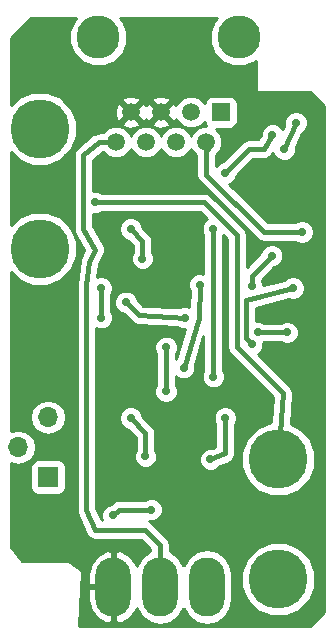
<source format=gbl>
G04 #@! TF.FileFunction,Copper,L2,Bot,Signal*
%FSLAX46Y46*%
G04 Gerber Fmt 4.6, Leading zero omitted, Abs format (unit mm)*
G04 Created by KiCad (PCBNEW 4.0.6) date 07/23/18 23:10:11*
%MOMM*%
%LPD*%
G01*
G04 APERTURE LIST*
%ADD10C,0.100000*%
%ADD11C,5.001260*%
%ADD12C,3.650000*%
%ADD13R,1.500000X1.500000*%
%ADD14C,1.500000*%
%ADD15O,2.999740X5.001260*%
%ADD16R,1.700000X1.700000*%
%ADD17O,1.700000X1.700000*%
%ADD18C,0.700000*%
%ADD19C,0.400000*%
%ADD20C,0.254000*%
G04 APERTURE END LIST*
D10*
D11*
X162500000Y-107250000D03*
X162500000Y-117410000D03*
D12*
X147270000Y-71500000D03*
X159140000Y-71500000D03*
D13*
X157650000Y-77850000D03*
D14*
X156380000Y-80390000D03*
X155110000Y-77850000D03*
X153840000Y-80390000D03*
X152570000Y-77850000D03*
X151300000Y-80390000D03*
X150030000Y-77850000D03*
X148760000Y-80390000D03*
D11*
X142300000Y-89400000D03*
X142300000Y-79240000D03*
D15*
X156459860Y-118050000D03*
X152500000Y-118050000D03*
X148540140Y-118050000D03*
D16*
X143000000Y-108750000D03*
D17*
X140460000Y-106210000D03*
X143000000Y-103670000D03*
D18*
X147000000Y-85500000D03*
X141250000Y-70750000D03*
X140700000Y-93000000D03*
X163400000Y-82700000D03*
X156500000Y-106000000D03*
X152750000Y-92750000D03*
X160750000Y-96500000D03*
X163250000Y-96500000D03*
X153000000Y-97750000D03*
X153000000Y-101500000D03*
X151750000Y-111500000D03*
X148500000Y-112000000D03*
X163750000Y-92750000D03*
X160250000Y-97500000D03*
X151000000Y-90250000D03*
X150000000Y-87750000D03*
X154500000Y-99500000D03*
X155850000Y-92450000D03*
X160250000Y-92600000D03*
X161950000Y-90000000D03*
X154600000Y-95250000D03*
X149600000Y-93950000D03*
X164500000Y-88000000D03*
X147500000Y-95250000D03*
X147500000Y-92750000D03*
X162000000Y-79750000D03*
X158000000Y-83000000D03*
X151250000Y-107000000D03*
X150000000Y-103750000D03*
X157000000Y-100250000D03*
X157000000Y-87750000D03*
X158000000Y-103750000D03*
X156750000Y-107250000D03*
X163000000Y-81000000D03*
X164000000Y-78750000D03*
D19*
X162900000Y-101650000D02*
X162500000Y-107250000D01*
X159000000Y-97750000D02*
X162900000Y-101650000D01*
X159000000Y-88250000D02*
X159000000Y-97750000D01*
X156250000Y-85500000D02*
X159000000Y-88250000D01*
X147000000Y-85500000D02*
X156250000Y-85500000D01*
X160750000Y-96500000D02*
X163250000Y-96500000D01*
X153000000Y-101500000D02*
X153000000Y-97750000D01*
X149000000Y-111500000D02*
X151750000Y-111500000D01*
X148500000Y-112000000D02*
X149000000Y-111500000D01*
X159750000Y-93750000D02*
X163750000Y-92750000D01*
X159750000Y-97000000D02*
X159750000Y-93750000D01*
X160250000Y-97500000D02*
X159750000Y-97000000D01*
X151000000Y-88750000D02*
X151000000Y-90250000D01*
X150000000Y-87750000D02*
X151000000Y-88750000D01*
X148760000Y-80390000D02*
X147360000Y-80390000D01*
X152500000Y-114500000D02*
X152500000Y-118050000D01*
X151250000Y-113250000D02*
X152500000Y-114500000D01*
X147000000Y-113250000D02*
X151250000Y-113250000D01*
X146250000Y-111500000D02*
X147000000Y-113250000D01*
X146250000Y-92500000D02*
X146250000Y-111500000D01*
X146500000Y-90500000D02*
X146250000Y-92500000D01*
X147000000Y-89500000D02*
X146500000Y-90500000D01*
X146000000Y-87750000D02*
X147000000Y-89500000D01*
X146000000Y-81500000D02*
X146000000Y-87750000D01*
X147360000Y-80390000D02*
X146000000Y-81500000D01*
X148550000Y-80600000D02*
X148760000Y-80390000D01*
X148650000Y-80500000D02*
X148760000Y-80390000D01*
X155750000Y-95250000D02*
X154500000Y-99500000D01*
X155850000Y-92450000D02*
X155750000Y-95250000D01*
X160250000Y-91700000D02*
X160250000Y-92600000D01*
X161950000Y-90000000D02*
X160250000Y-91700000D01*
X150700000Y-95050000D02*
X154600000Y-95250000D01*
X149600000Y-93950000D02*
X150700000Y-95050000D01*
X156380000Y-80390000D02*
X156380000Y-83130000D01*
X161250000Y-88000000D02*
X164500000Y-88000000D01*
X156380000Y-83130000D02*
X161250000Y-88000000D01*
X156380000Y-80390000D02*
X156380000Y-80870000D01*
X156380000Y-80390000D02*
X156380000Y-80759000D01*
X156380000Y-80759000D02*
X156576000Y-80955000D01*
X147500000Y-92750000D02*
X147500000Y-95250000D01*
X161250000Y-81000000D02*
X162000000Y-79750000D01*
X160000000Y-81000000D02*
X161250000Y-81000000D01*
X158000000Y-83000000D02*
X160000000Y-81000000D01*
X151250000Y-105000000D02*
X151250000Y-107000000D01*
X150000000Y-103750000D02*
X151250000Y-105000000D01*
X157000000Y-87750000D02*
X157000000Y-100250000D01*
X158000000Y-106750000D02*
X158000000Y-103750000D01*
X156750000Y-107250000D02*
X158000000Y-106750000D01*
X164000000Y-78750000D02*
X163000000Y-81000000D01*
D20*
G36*
X145185730Y-70104703D02*
X144810428Y-71008529D01*
X144809574Y-71987177D01*
X145183298Y-72891657D01*
X145874703Y-73584270D01*
X146778529Y-73959572D01*
X147757177Y-73960426D01*
X148661657Y-73586702D01*
X149354270Y-72895297D01*
X149729572Y-71991471D01*
X149730426Y-71012823D01*
X149356702Y-70108343D01*
X149125762Y-69877000D01*
X157283831Y-69877000D01*
X157055730Y-70104703D01*
X156680428Y-71008529D01*
X156679574Y-71987177D01*
X157053298Y-72891657D01*
X157744703Y-73584270D01*
X158648529Y-73959572D01*
X159627177Y-73960426D01*
X160531657Y-73586702D01*
X160623000Y-73495518D01*
X160623000Y-76000000D01*
X160633006Y-76049410D01*
X160661447Y-76091035D01*
X160703841Y-76118315D01*
X160750000Y-76127000D01*
X165197394Y-76127000D01*
X166373000Y-77302606D01*
X166373000Y-120197394D01*
X165197394Y-121373000D01*
X145633860Y-121373000D01*
X145802070Y-118177000D01*
X146405270Y-118177000D01*
X146405270Y-119177760D01*
X146616378Y-119985072D01*
X147120361Y-120650144D01*
X147840493Y-121071724D01*
X148081328Y-121135745D01*
X148413140Y-121022795D01*
X148413140Y-118177000D01*
X146405270Y-118177000D01*
X145802070Y-118177000D01*
X145868110Y-116922240D01*
X146405270Y-116922240D01*
X146405270Y-117923000D01*
X148413140Y-117923000D01*
X148413140Y-115077205D01*
X148081328Y-114964255D01*
X147840493Y-115028276D01*
X147120361Y-115449856D01*
X146616378Y-116114928D01*
X146405270Y-116922240D01*
X145868110Y-116922240D01*
X145876824Y-116756675D01*
X145869429Y-116706807D01*
X145826200Y-116648400D01*
X144826200Y-115898400D01*
X144780668Y-115876759D01*
X144750000Y-115873000D01*
X140811039Y-115873000D01*
X139877000Y-114705452D01*
X139877000Y-107900000D01*
X141502560Y-107900000D01*
X141502560Y-109600000D01*
X141546838Y-109835317D01*
X141685910Y-110051441D01*
X141898110Y-110196431D01*
X142150000Y-110247440D01*
X143850000Y-110247440D01*
X144085317Y-110203162D01*
X144301441Y-110064090D01*
X144446431Y-109851890D01*
X144497440Y-109600000D01*
X144497440Y-107900000D01*
X144453162Y-107664683D01*
X144314090Y-107448559D01*
X144101890Y-107303569D01*
X143850000Y-107252560D01*
X142150000Y-107252560D01*
X141914683Y-107296838D01*
X141698559Y-107435910D01*
X141553569Y-107648110D01*
X141502560Y-107900000D01*
X139877000Y-107900000D01*
X139877000Y-107584821D01*
X140430907Y-107695000D01*
X140489093Y-107695000D01*
X141057378Y-107581961D01*
X141539147Y-107260054D01*
X141861054Y-106778285D01*
X141974093Y-106210000D01*
X141861054Y-105641715D01*
X141539147Y-105159946D01*
X141057378Y-104838039D01*
X140489093Y-104725000D01*
X140430907Y-104725000D01*
X139877000Y-104835179D01*
X139877000Y-103670000D01*
X141485907Y-103670000D01*
X141598946Y-104238285D01*
X141920853Y-104720054D01*
X142402622Y-105041961D01*
X142970907Y-105155000D01*
X143029093Y-105155000D01*
X143597378Y-105041961D01*
X144079147Y-104720054D01*
X144401054Y-104238285D01*
X144514093Y-103670000D01*
X144401054Y-103101715D01*
X144079147Y-102619946D01*
X143597378Y-102298039D01*
X143029093Y-102185000D01*
X142970907Y-102185000D01*
X142402622Y-102298039D01*
X141920853Y-102619946D01*
X141598946Y-103101715D01*
X141485907Y-103670000D01*
X139877000Y-103670000D01*
X139877000Y-91411093D01*
X140521489Y-92056708D01*
X141673548Y-92535085D01*
X142920979Y-92536173D01*
X144073871Y-92059808D01*
X144956708Y-91178511D01*
X145435085Y-90026452D01*
X145436173Y-88779021D01*
X144959808Y-87626129D01*
X144078511Y-86743292D01*
X142926452Y-86264915D01*
X141679021Y-86263827D01*
X140526129Y-86740192D01*
X139877000Y-87388189D01*
X139877000Y-81251093D01*
X140521489Y-81896708D01*
X141673548Y-82375085D01*
X142920979Y-82376173D01*
X144073871Y-81899808D01*
X144474377Y-81500000D01*
X145165000Y-81500000D01*
X145165000Y-87750000D01*
X145175384Y-87802206D01*
X145171667Y-87855302D01*
X145206895Y-87960619D01*
X145228561Y-88069541D01*
X145258132Y-88113797D01*
X145275017Y-88164276D01*
X146053303Y-89526277D01*
X145753153Y-90126577D01*
X145715904Y-90262596D01*
X145671448Y-90396431D01*
X145421448Y-92396431D01*
X145425214Y-92448651D01*
X145415000Y-92500000D01*
X145415000Y-111500000D01*
X145416011Y-111505084D01*
X145415062Y-111510180D01*
X145447757Y-111664677D01*
X145478561Y-111819541D01*
X145481441Y-111823851D01*
X145482514Y-111828923D01*
X146232514Y-113578922D01*
X146321826Y-113709122D01*
X146409566Y-113840434D01*
X146413877Y-113843314D01*
X146416809Y-113847589D01*
X146549161Y-113933708D01*
X146680459Y-114021439D01*
X146685543Y-114022450D01*
X146689889Y-114025278D01*
X146845105Y-114054189D01*
X147000000Y-114085000D01*
X150904132Y-114085000D01*
X151665000Y-114845868D01*
X151665000Y-115027487D01*
X150990419Y-115478228D01*
X150527637Y-116170830D01*
X150506417Y-116277511D01*
X150463902Y-116114928D01*
X149959919Y-115449856D01*
X149239787Y-115028276D01*
X148998952Y-114964255D01*
X148667140Y-115077205D01*
X148667140Y-117923000D01*
X148687140Y-117923000D01*
X148687140Y-118177000D01*
X148667140Y-118177000D01*
X148667140Y-121022795D01*
X148998952Y-121135745D01*
X149239787Y-121071724D01*
X149959919Y-120650144D01*
X150463902Y-119985072D01*
X150506417Y-119822489D01*
X150527637Y-119929170D01*
X150990419Y-120621772D01*
X151683021Y-121084554D01*
X152500000Y-121247061D01*
X153316979Y-121084554D01*
X154009581Y-120621772D01*
X154472363Y-119929170D01*
X154479930Y-119891128D01*
X154487497Y-119929170D01*
X154950279Y-120621772D01*
X155642881Y-121084554D01*
X156459860Y-121247061D01*
X157276839Y-121084554D01*
X157969441Y-120621772D01*
X158432223Y-119929170D01*
X158594730Y-119112191D01*
X158594730Y-118030979D01*
X159363827Y-118030979D01*
X159840192Y-119183871D01*
X160721489Y-120066708D01*
X161873548Y-120545085D01*
X163120979Y-120546173D01*
X164273871Y-120069808D01*
X165156708Y-119188511D01*
X165635085Y-118036452D01*
X165636173Y-116789021D01*
X165159808Y-115636129D01*
X164278511Y-114753292D01*
X163126452Y-114274915D01*
X161879021Y-114273827D01*
X160726129Y-114750192D01*
X159843292Y-115631489D01*
X159364915Y-116783548D01*
X159363827Y-118030979D01*
X158594730Y-118030979D01*
X158594730Y-116987809D01*
X158432223Y-116170830D01*
X157969441Y-115478228D01*
X157276839Y-115015446D01*
X156459860Y-114852939D01*
X155642881Y-115015446D01*
X154950279Y-115478228D01*
X154487497Y-116170830D01*
X154479930Y-116208872D01*
X154472363Y-116170830D01*
X154009581Y-115478228D01*
X153335000Y-115027487D01*
X153335000Y-114500000D01*
X153271439Y-114180459D01*
X153090434Y-113909566D01*
X151840434Y-112659566D01*
X151578954Y-112484850D01*
X151945069Y-112485170D01*
X152307229Y-112335529D01*
X152584555Y-112058686D01*
X152734828Y-111696788D01*
X152735170Y-111304931D01*
X152585529Y-110942771D01*
X152308686Y-110665445D01*
X151946788Y-110515172D01*
X151554931Y-110514830D01*
X151192771Y-110664471D01*
X151192241Y-110665000D01*
X149000000Y-110665000D01*
X148680460Y-110728560D01*
X148409566Y-110909566D01*
X148303859Y-111015273D01*
X147942771Y-111164471D01*
X147665445Y-111441314D01*
X147515172Y-111803212D01*
X147514830Y-112195069D01*
X147605703Y-112415000D01*
X147550596Y-112415000D01*
X147085000Y-111328610D01*
X147085000Y-103945069D01*
X149014830Y-103945069D01*
X149164471Y-104307229D01*
X149441314Y-104584555D01*
X149803212Y-104734828D01*
X149803961Y-104734829D01*
X150415000Y-105345868D01*
X150415000Y-106442386D01*
X150265172Y-106803212D01*
X150264830Y-107195069D01*
X150414471Y-107557229D01*
X150691314Y-107834555D01*
X151053212Y-107984828D01*
X151445069Y-107985170D01*
X151807229Y-107835529D01*
X152084555Y-107558686D01*
X152131732Y-107445069D01*
X155764830Y-107445069D01*
X155914471Y-107807229D01*
X156191314Y-108084555D01*
X156553212Y-108234828D01*
X156945069Y-108235170D01*
X157307229Y-108085529D01*
X157573165Y-107820057D01*
X158310111Y-107525278D01*
X158314457Y-107522450D01*
X158319541Y-107521439D01*
X158450839Y-107433708D01*
X158583191Y-107347589D01*
X158586123Y-107343314D01*
X158590434Y-107340434D01*
X158678160Y-107209142D01*
X158767486Y-107078923D01*
X158768559Y-107073851D01*
X158771439Y-107069541D01*
X158802250Y-106914645D01*
X158834937Y-106760181D01*
X158833988Y-106755087D01*
X158835000Y-106750000D01*
X158835000Y-104307614D01*
X158984828Y-103946788D01*
X158985170Y-103554931D01*
X158835529Y-103192771D01*
X158558686Y-102915445D01*
X158196788Y-102765172D01*
X157804931Y-102764830D01*
X157442771Y-102914471D01*
X157165445Y-103191314D01*
X157015172Y-103553212D01*
X157014830Y-103945069D01*
X157164471Y-104307229D01*
X157165000Y-104307759D01*
X157165000Y-106184678D01*
X156955117Y-106268631D01*
X156946788Y-106265172D01*
X156554931Y-106264830D01*
X156192771Y-106414471D01*
X155915445Y-106691314D01*
X155765172Y-107053212D01*
X155764830Y-107445069D01*
X152131732Y-107445069D01*
X152234828Y-107196788D01*
X152235170Y-106804931D01*
X152085529Y-106442771D01*
X152085000Y-106442241D01*
X152085000Y-105000000D01*
X152021439Y-104680459D01*
X151840434Y-104409566D01*
X150984727Y-103553859D01*
X150835529Y-103192771D01*
X150558686Y-102915445D01*
X150196788Y-102765172D01*
X149804931Y-102764830D01*
X149442771Y-102914471D01*
X149165445Y-103191314D01*
X149015172Y-103553212D01*
X149014830Y-103945069D01*
X147085000Y-103945069D01*
X147085000Y-96144219D01*
X147303212Y-96234828D01*
X147695069Y-96235170D01*
X148057229Y-96085529D01*
X148334555Y-95808686D01*
X148484828Y-95446788D01*
X148485170Y-95054931D01*
X148335529Y-94692771D01*
X148335000Y-94692241D01*
X148335000Y-93307614D01*
X148484828Y-92946788D01*
X148485170Y-92554931D01*
X148335529Y-92192771D01*
X148058686Y-91915445D01*
X147696788Y-91765172D01*
X147304931Y-91764830D01*
X147176775Y-91817783D01*
X147310811Y-90745494D01*
X147746847Y-89873423D01*
X147768684Y-89793683D01*
X147805577Y-89719703D01*
X147811291Y-89638097D01*
X147832899Y-89559192D01*
X147822559Y-89477167D01*
X147828333Y-89394698D01*
X147802382Y-89317115D01*
X147792150Y-89235950D01*
X147751209Y-89164129D01*
X147724983Y-89085724D01*
X147073181Y-87945069D01*
X149014830Y-87945069D01*
X149164471Y-88307229D01*
X149441314Y-88584555D01*
X149803212Y-88734828D01*
X149803961Y-88734829D01*
X150165000Y-89095868D01*
X150165000Y-89692386D01*
X150015172Y-90053212D01*
X150014830Y-90445069D01*
X150164471Y-90807229D01*
X150441314Y-91084555D01*
X150803212Y-91234828D01*
X151195069Y-91235170D01*
X151557229Y-91085529D01*
X151834555Y-90808686D01*
X151984828Y-90446788D01*
X151985170Y-90054931D01*
X151835529Y-89692771D01*
X151835000Y-89692241D01*
X151835000Y-88750000D01*
X151818510Y-88667101D01*
X151771440Y-88430460D01*
X151590434Y-88159566D01*
X150984727Y-87553859D01*
X150835529Y-87192771D01*
X150558686Y-86915445D01*
X150196788Y-86765172D01*
X149804931Y-86764830D01*
X149442771Y-86914471D01*
X149165445Y-87191314D01*
X149015172Y-87553212D01*
X149014830Y-87945069D01*
X147073181Y-87945069D01*
X146835000Y-87528254D01*
X146835000Y-86484856D01*
X147195069Y-86485170D01*
X147557229Y-86335529D01*
X147557759Y-86335000D01*
X155904132Y-86335000D01*
X156471664Y-86902532D01*
X156442771Y-86914471D01*
X156165445Y-87191314D01*
X156015172Y-87553212D01*
X156014830Y-87945069D01*
X156164471Y-88307229D01*
X156165000Y-88307759D01*
X156165000Y-91514258D01*
X156046788Y-91465172D01*
X155654931Y-91464830D01*
X155292771Y-91614471D01*
X155015445Y-91891314D01*
X154865172Y-92253212D01*
X154864830Y-92645069D01*
X154996150Y-92962889D01*
X154947406Y-94327714D01*
X154796788Y-94265172D01*
X154404931Y-94264830D01*
X154105517Y-94388545D01*
X151063407Y-94232539D01*
X150584727Y-93753859D01*
X150435529Y-93392771D01*
X150158686Y-93115445D01*
X149796788Y-92965172D01*
X149404931Y-92964830D01*
X149042771Y-93114471D01*
X148765445Y-93391314D01*
X148615172Y-93753212D01*
X148614830Y-94145069D01*
X148764471Y-94507229D01*
X149041314Y-94784555D01*
X149403212Y-94934828D01*
X149403961Y-94934829D01*
X150109566Y-95640434D01*
X150227563Y-95719277D01*
X150341369Y-95804061D01*
X150362413Y-95809380D01*
X150380460Y-95821439D01*
X150519651Y-95849126D01*
X150657236Y-95883904D01*
X154012793Y-96055984D01*
X154041314Y-96084555D01*
X154403212Y-96234828D01*
X154589930Y-96234991D01*
X153847365Y-98759710D01*
X153835000Y-98772054D01*
X153835000Y-98307614D01*
X153984828Y-97946788D01*
X153985170Y-97554931D01*
X153835529Y-97192771D01*
X153558686Y-96915445D01*
X153196788Y-96765172D01*
X152804931Y-96764830D01*
X152442771Y-96914471D01*
X152165445Y-97191314D01*
X152015172Y-97553212D01*
X152014830Y-97945069D01*
X152164471Y-98307229D01*
X152165000Y-98307759D01*
X152165000Y-100942386D01*
X152015172Y-101303212D01*
X152014830Y-101695069D01*
X152164471Y-102057229D01*
X152441314Y-102334555D01*
X152803212Y-102484828D01*
X153195069Y-102485170D01*
X153557229Y-102335529D01*
X153834555Y-102058686D01*
X153984828Y-101696788D01*
X153985170Y-101304931D01*
X153835529Y-100942771D01*
X153835000Y-100942241D01*
X153835000Y-100228056D01*
X153941314Y-100334555D01*
X154303212Y-100484828D01*
X154695069Y-100485170D01*
X155057229Y-100335529D01*
X155334555Y-100058686D01*
X155484828Y-99696788D01*
X155485170Y-99304931D01*
X155451621Y-99223736D01*
X156165000Y-96798247D01*
X156165000Y-99692386D01*
X156015172Y-100053212D01*
X156014830Y-100445069D01*
X156164471Y-100807229D01*
X156441314Y-101084555D01*
X156803212Y-101234828D01*
X157195069Y-101235170D01*
X157557229Y-101085529D01*
X157834555Y-100808686D01*
X157984828Y-100446788D01*
X157985170Y-100054931D01*
X157835529Y-99692771D01*
X157835000Y-99692241D01*
X157835000Y-88307614D01*
X157847249Y-88278117D01*
X158165000Y-88595868D01*
X158165000Y-97750000D01*
X158228561Y-98069541D01*
X158363466Y-98271440D01*
X158409566Y-98340434D01*
X162039957Y-101970825D01*
X161886884Y-104113834D01*
X161879021Y-104113827D01*
X160726129Y-104590192D01*
X159843292Y-105471489D01*
X159364915Y-106623548D01*
X159363827Y-107870979D01*
X159840192Y-109023871D01*
X160721489Y-109906708D01*
X161873548Y-110385085D01*
X163120979Y-110386173D01*
X164273871Y-109909808D01*
X165156708Y-109028511D01*
X165635085Y-107876452D01*
X165636173Y-106629021D01*
X165159808Y-105476129D01*
X164278511Y-104593292D01*
X163548543Y-104290183D01*
X163732878Y-101709491D01*
X163729117Y-101679573D01*
X163735000Y-101650000D01*
X163708919Y-101518882D01*
X163692245Y-101386233D01*
X163677321Y-101360031D01*
X163671439Y-101330460D01*
X163597169Y-101219306D01*
X163531000Y-101103133D01*
X163507186Y-101084637D01*
X163490434Y-101059566D01*
X160778336Y-98347468D01*
X160807229Y-98335529D01*
X161084555Y-98058686D01*
X161234828Y-97696788D01*
X161235117Y-97365325D01*
X161307229Y-97335529D01*
X161307759Y-97335000D01*
X162692386Y-97335000D01*
X163053212Y-97484828D01*
X163445069Y-97485170D01*
X163807229Y-97335529D01*
X164084555Y-97058686D01*
X164234828Y-96696788D01*
X164235170Y-96304931D01*
X164085529Y-95942771D01*
X163808686Y-95665445D01*
X163446788Y-95515172D01*
X163054931Y-95514830D01*
X162692771Y-95664471D01*
X162692241Y-95665000D01*
X161307614Y-95665000D01*
X160946788Y-95515172D01*
X160585000Y-95514856D01*
X160585000Y-94401948D01*
X163440571Y-93688056D01*
X163553212Y-93734828D01*
X163945069Y-93735170D01*
X164307229Y-93585529D01*
X164584555Y-93308686D01*
X164734828Y-92946788D01*
X164735170Y-92554931D01*
X164585529Y-92192771D01*
X164308686Y-91915445D01*
X163946788Y-91765172D01*
X163554931Y-91764830D01*
X163192771Y-91914471D01*
X163040233Y-92066744D01*
X161235071Y-92518034D01*
X161235170Y-92404931D01*
X161086280Y-92044588D01*
X162146141Y-90984727D01*
X162507229Y-90835529D01*
X162784555Y-90558686D01*
X162934828Y-90196788D01*
X162935170Y-89804931D01*
X162785529Y-89442771D01*
X162508686Y-89165445D01*
X162146788Y-89015172D01*
X161754931Y-89014830D01*
X161392771Y-89164471D01*
X161115445Y-89441314D01*
X160965172Y-89803212D01*
X160965171Y-89803961D01*
X159835000Y-90934132D01*
X159835000Y-88250000D01*
X159771439Y-87930459D01*
X159590434Y-87659566D01*
X156840434Y-84909566D01*
X156569541Y-84728561D01*
X156250000Y-84665000D01*
X147557614Y-84665000D01*
X147196788Y-84515172D01*
X146835000Y-84514856D01*
X146835000Y-81896304D01*
X147645963Y-81234415D01*
X147974436Y-81563461D01*
X148483298Y-81774759D01*
X149034285Y-81775240D01*
X149543515Y-81564831D01*
X149933461Y-81175564D01*
X150029976Y-80943130D01*
X150125169Y-81173515D01*
X150514436Y-81563461D01*
X151023298Y-81774759D01*
X151574285Y-81775240D01*
X152083515Y-81564831D01*
X152473461Y-81175564D01*
X152569976Y-80943130D01*
X152665169Y-81173515D01*
X153054436Y-81563461D01*
X153563298Y-81774759D01*
X154114285Y-81775240D01*
X154623515Y-81564831D01*
X155013461Y-81175564D01*
X155109976Y-80943130D01*
X155205169Y-81173515D01*
X155545000Y-81513939D01*
X155545000Y-83130000D01*
X155608561Y-83449541D01*
X155702703Y-83590434D01*
X155789566Y-83720434D01*
X160659566Y-88590434D01*
X160930459Y-88771439D01*
X161250000Y-88835000D01*
X163942386Y-88835000D01*
X164303212Y-88984828D01*
X164695069Y-88985170D01*
X165057229Y-88835529D01*
X165334555Y-88558686D01*
X165484828Y-88196788D01*
X165485170Y-87804931D01*
X165335529Y-87442771D01*
X165058686Y-87165445D01*
X164696788Y-87015172D01*
X164304931Y-87014830D01*
X163942771Y-87164471D01*
X163942241Y-87165000D01*
X161595868Y-87165000D01*
X158351431Y-83920563D01*
X158557229Y-83835529D01*
X158834555Y-83558686D01*
X158984828Y-83196788D01*
X158984829Y-83196039D01*
X160345868Y-81835000D01*
X161250000Y-81835000D01*
X161350336Y-81815042D01*
X161452517Y-81810069D01*
X161508652Y-81783551D01*
X161569541Y-81771439D01*
X161654602Y-81714603D01*
X161747101Y-81670906D01*
X161788814Y-81624925D01*
X161840434Y-81590434D01*
X161897269Y-81505375D01*
X161966007Y-81429604D01*
X162052307Y-81285771D01*
X162164471Y-81557229D01*
X162441314Y-81834555D01*
X162803212Y-81984828D01*
X163195069Y-81985170D01*
X163557229Y-81835529D01*
X163834555Y-81558686D01*
X163984828Y-81196788D01*
X163985140Y-80839385D01*
X164539075Y-79593030D01*
X164557229Y-79585529D01*
X164834555Y-79308686D01*
X164984828Y-78946788D01*
X164985170Y-78554931D01*
X164835529Y-78192771D01*
X164558686Y-77915445D01*
X164196788Y-77765172D01*
X163804931Y-77764830D01*
X163442771Y-77914471D01*
X163165445Y-78191314D01*
X163015172Y-78553212D01*
X163014860Y-78910615D01*
X162861511Y-79255651D01*
X162835529Y-79192771D01*
X162558686Y-78915445D01*
X162196788Y-78765172D01*
X161804931Y-78764830D01*
X161442771Y-78914471D01*
X161165445Y-79191314D01*
X161015172Y-79553212D01*
X161014984Y-79768745D01*
X160777231Y-80165000D01*
X160000000Y-80165000D01*
X159680459Y-80228561D01*
X159560544Y-80308686D01*
X159409566Y-80409566D01*
X157803859Y-82015273D01*
X157442771Y-82164471D01*
X157215000Y-82391845D01*
X157215000Y-81513436D01*
X157553461Y-81175564D01*
X157764759Y-80666702D01*
X157765240Y-80115715D01*
X157554831Y-79606485D01*
X157196411Y-79247440D01*
X158400000Y-79247440D01*
X158635317Y-79203162D01*
X158851441Y-79064090D01*
X158996431Y-78851890D01*
X159047440Y-78600000D01*
X159047440Y-77100000D01*
X159003162Y-76864683D01*
X158864090Y-76648559D01*
X158651890Y-76503569D01*
X158400000Y-76452560D01*
X156900000Y-76452560D01*
X156664683Y-76496838D01*
X156448559Y-76635910D01*
X156303569Y-76848110D01*
X156263645Y-77045262D01*
X155895564Y-76676539D01*
X155386702Y-76465241D01*
X154835715Y-76464760D01*
X154326485Y-76675169D01*
X153936539Y-77064436D01*
X153846623Y-77280979D01*
X153782460Y-77126077D01*
X153541517Y-77058088D01*
X152749605Y-77850000D01*
X153541517Y-78641912D01*
X153782460Y-78573923D01*
X153841732Y-78407379D01*
X153935169Y-78633515D01*
X154324436Y-79023461D01*
X154833298Y-79234759D01*
X155384285Y-79235240D01*
X155893515Y-79024831D01*
X156263080Y-78655909D01*
X156296838Y-78835317D01*
X156406040Y-79005022D01*
X156105715Y-79004760D01*
X155596485Y-79215169D01*
X155206539Y-79604436D01*
X155110024Y-79836870D01*
X155014831Y-79606485D01*
X154625564Y-79216539D01*
X154116702Y-79005241D01*
X153565715Y-79004760D01*
X153056485Y-79215169D01*
X152666539Y-79604436D01*
X152570024Y-79836870D01*
X152474831Y-79606485D01*
X152085564Y-79216539D01*
X151576702Y-79005241D01*
X151025715Y-79004760D01*
X150516485Y-79215169D01*
X150126539Y-79604436D01*
X150030024Y-79836870D01*
X149934831Y-79606485D01*
X149545564Y-79216539D01*
X149036702Y-79005241D01*
X148485715Y-79004760D01*
X147976485Y-79215169D01*
X147636061Y-79555000D01*
X147360000Y-79555000D01*
X147240775Y-79578715D01*
X147119768Y-79590304D01*
X147082189Y-79610260D01*
X147040459Y-79618561D01*
X146939388Y-79686095D01*
X146832024Y-79743110D01*
X145472024Y-80853110D01*
X145444943Y-80885928D01*
X145409566Y-80909566D01*
X145342030Y-81010641D01*
X145264660Y-81104400D01*
X145252200Y-81145081D01*
X145228561Y-81180459D01*
X145204845Y-81299686D01*
X145169245Y-81415915D01*
X145173301Y-81458268D01*
X145165000Y-81500000D01*
X144474377Y-81500000D01*
X144956708Y-81018511D01*
X145435085Y-79866452D01*
X145435996Y-78821517D01*
X149238088Y-78821517D01*
X149306077Y-79062460D01*
X149825171Y-79247201D01*
X150375448Y-79219230D01*
X150753923Y-79062460D01*
X150821912Y-78821517D01*
X151778088Y-78821517D01*
X151846077Y-79062460D01*
X152365171Y-79247201D01*
X152915448Y-79219230D01*
X153293923Y-79062460D01*
X153361912Y-78821517D01*
X152570000Y-78029605D01*
X151778088Y-78821517D01*
X150821912Y-78821517D01*
X150030000Y-78029605D01*
X149238088Y-78821517D01*
X145435996Y-78821517D01*
X145436173Y-78619021D01*
X145033787Y-77645171D01*
X148632799Y-77645171D01*
X148660770Y-78195448D01*
X148817540Y-78573923D01*
X149058483Y-78641912D01*
X149850395Y-77850000D01*
X150209605Y-77850000D01*
X151001517Y-78641912D01*
X151242460Y-78573923D01*
X151295642Y-78424489D01*
X151357540Y-78573923D01*
X151598483Y-78641912D01*
X152390395Y-77850000D01*
X151598483Y-77058088D01*
X151357540Y-77126077D01*
X151304358Y-77275511D01*
X151242460Y-77126077D01*
X151001517Y-77058088D01*
X150209605Y-77850000D01*
X149850395Y-77850000D01*
X149058483Y-77058088D01*
X148817540Y-77126077D01*
X148632799Y-77645171D01*
X145033787Y-77645171D01*
X144959808Y-77466129D01*
X144373188Y-76878483D01*
X149238088Y-76878483D01*
X150030000Y-77670395D01*
X150821912Y-76878483D01*
X151778088Y-76878483D01*
X152570000Y-77670395D01*
X153361912Y-76878483D01*
X153293923Y-76637540D01*
X152774829Y-76452799D01*
X152224552Y-76480770D01*
X151846077Y-76637540D01*
X151778088Y-76878483D01*
X150821912Y-76878483D01*
X150753923Y-76637540D01*
X150234829Y-76452799D01*
X149684552Y-76480770D01*
X149306077Y-76637540D01*
X149238088Y-76878483D01*
X144373188Y-76878483D01*
X144078511Y-76583292D01*
X142926452Y-76104915D01*
X141679021Y-76103827D01*
X140526129Y-76580192D01*
X139877000Y-77228189D01*
X139877000Y-71552606D01*
X141552606Y-69877000D01*
X145413831Y-69877000D01*
X145185730Y-70104703D01*
X145185730Y-70104703D01*
G37*
X145185730Y-70104703D02*
X144810428Y-71008529D01*
X144809574Y-71987177D01*
X145183298Y-72891657D01*
X145874703Y-73584270D01*
X146778529Y-73959572D01*
X147757177Y-73960426D01*
X148661657Y-73586702D01*
X149354270Y-72895297D01*
X149729572Y-71991471D01*
X149730426Y-71012823D01*
X149356702Y-70108343D01*
X149125762Y-69877000D01*
X157283831Y-69877000D01*
X157055730Y-70104703D01*
X156680428Y-71008529D01*
X156679574Y-71987177D01*
X157053298Y-72891657D01*
X157744703Y-73584270D01*
X158648529Y-73959572D01*
X159627177Y-73960426D01*
X160531657Y-73586702D01*
X160623000Y-73495518D01*
X160623000Y-76000000D01*
X160633006Y-76049410D01*
X160661447Y-76091035D01*
X160703841Y-76118315D01*
X160750000Y-76127000D01*
X165197394Y-76127000D01*
X166373000Y-77302606D01*
X166373000Y-120197394D01*
X165197394Y-121373000D01*
X145633860Y-121373000D01*
X145802070Y-118177000D01*
X146405270Y-118177000D01*
X146405270Y-119177760D01*
X146616378Y-119985072D01*
X147120361Y-120650144D01*
X147840493Y-121071724D01*
X148081328Y-121135745D01*
X148413140Y-121022795D01*
X148413140Y-118177000D01*
X146405270Y-118177000D01*
X145802070Y-118177000D01*
X145868110Y-116922240D01*
X146405270Y-116922240D01*
X146405270Y-117923000D01*
X148413140Y-117923000D01*
X148413140Y-115077205D01*
X148081328Y-114964255D01*
X147840493Y-115028276D01*
X147120361Y-115449856D01*
X146616378Y-116114928D01*
X146405270Y-116922240D01*
X145868110Y-116922240D01*
X145876824Y-116756675D01*
X145869429Y-116706807D01*
X145826200Y-116648400D01*
X144826200Y-115898400D01*
X144780668Y-115876759D01*
X144750000Y-115873000D01*
X140811039Y-115873000D01*
X139877000Y-114705452D01*
X139877000Y-107900000D01*
X141502560Y-107900000D01*
X141502560Y-109600000D01*
X141546838Y-109835317D01*
X141685910Y-110051441D01*
X141898110Y-110196431D01*
X142150000Y-110247440D01*
X143850000Y-110247440D01*
X144085317Y-110203162D01*
X144301441Y-110064090D01*
X144446431Y-109851890D01*
X144497440Y-109600000D01*
X144497440Y-107900000D01*
X144453162Y-107664683D01*
X144314090Y-107448559D01*
X144101890Y-107303569D01*
X143850000Y-107252560D01*
X142150000Y-107252560D01*
X141914683Y-107296838D01*
X141698559Y-107435910D01*
X141553569Y-107648110D01*
X141502560Y-107900000D01*
X139877000Y-107900000D01*
X139877000Y-107584821D01*
X140430907Y-107695000D01*
X140489093Y-107695000D01*
X141057378Y-107581961D01*
X141539147Y-107260054D01*
X141861054Y-106778285D01*
X141974093Y-106210000D01*
X141861054Y-105641715D01*
X141539147Y-105159946D01*
X141057378Y-104838039D01*
X140489093Y-104725000D01*
X140430907Y-104725000D01*
X139877000Y-104835179D01*
X139877000Y-103670000D01*
X141485907Y-103670000D01*
X141598946Y-104238285D01*
X141920853Y-104720054D01*
X142402622Y-105041961D01*
X142970907Y-105155000D01*
X143029093Y-105155000D01*
X143597378Y-105041961D01*
X144079147Y-104720054D01*
X144401054Y-104238285D01*
X144514093Y-103670000D01*
X144401054Y-103101715D01*
X144079147Y-102619946D01*
X143597378Y-102298039D01*
X143029093Y-102185000D01*
X142970907Y-102185000D01*
X142402622Y-102298039D01*
X141920853Y-102619946D01*
X141598946Y-103101715D01*
X141485907Y-103670000D01*
X139877000Y-103670000D01*
X139877000Y-91411093D01*
X140521489Y-92056708D01*
X141673548Y-92535085D01*
X142920979Y-92536173D01*
X144073871Y-92059808D01*
X144956708Y-91178511D01*
X145435085Y-90026452D01*
X145436173Y-88779021D01*
X144959808Y-87626129D01*
X144078511Y-86743292D01*
X142926452Y-86264915D01*
X141679021Y-86263827D01*
X140526129Y-86740192D01*
X139877000Y-87388189D01*
X139877000Y-81251093D01*
X140521489Y-81896708D01*
X141673548Y-82375085D01*
X142920979Y-82376173D01*
X144073871Y-81899808D01*
X144474377Y-81500000D01*
X145165000Y-81500000D01*
X145165000Y-87750000D01*
X145175384Y-87802206D01*
X145171667Y-87855302D01*
X145206895Y-87960619D01*
X145228561Y-88069541D01*
X145258132Y-88113797D01*
X145275017Y-88164276D01*
X146053303Y-89526277D01*
X145753153Y-90126577D01*
X145715904Y-90262596D01*
X145671448Y-90396431D01*
X145421448Y-92396431D01*
X145425214Y-92448651D01*
X145415000Y-92500000D01*
X145415000Y-111500000D01*
X145416011Y-111505084D01*
X145415062Y-111510180D01*
X145447757Y-111664677D01*
X145478561Y-111819541D01*
X145481441Y-111823851D01*
X145482514Y-111828923D01*
X146232514Y-113578922D01*
X146321826Y-113709122D01*
X146409566Y-113840434D01*
X146413877Y-113843314D01*
X146416809Y-113847589D01*
X146549161Y-113933708D01*
X146680459Y-114021439D01*
X146685543Y-114022450D01*
X146689889Y-114025278D01*
X146845105Y-114054189D01*
X147000000Y-114085000D01*
X150904132Y-114085000D01*
X151665000Y-114845868D01*
X151665000Y-115027487D01*
X150990419Y-115478228D01*
X150527637Y-116170830D01*
X150506417Y-116277511D01*
X150463902Y-116114928D01*
X149959919Y-115449856D01*
X149239787Y-115028276D01*
X148998952Y-114964255D01*
X148667140Y-115077205D01*
X148667140Y-117923000D01*
X148687140Y-117923000D01*
X148687140Y-118177000D01*
X148667140Y-118177000D01*
X148667140Y-121022795D01*
X148998952Y-121135745D01*
X149239787Y-121071724D01*
X149959919Y-120650144D01*
X150463902Y-119985072D01*
X150506417Y-119822489D01*
X150527637Y-119929170D01*
X150990419Y-120621772D01*
X151683021Y-121084554D01*
X152500000Y-121247061D01*
X153316979Y-121084554D01*
X154009581Y-120621772D01*
X154472363Y-119929170D01*
X154479930Y-119891128D01*
X154487497Y-119929170D01*
X154950279Y-120621772D01*
X155642881Y-121084554D01*
X156459860Y-121247061D01*
X157276839Y-121084554D01*
X157969441Y-120621772D01*
X158432223Y-119929170D01*
X158594730Y-119112191D01*
X158594730Y-118030979D01*
X159363827Y-118030979D01*
X159840192Y-119183871D01*
X160721489Y-120066708D01*
X161873548Y-120545085D01*
X163120979Y-120546173D01*
X164273871Y-120069808D01*
X165156708Y-119188511D01*
X165635085Y-118036452D01*
X165636173Y-116789021D01*
X165159808Y-115636129D01*
X164278511Y-114753292D01*
X163126452Y-114274915D01*
X161879021Y-114273827D01*
X160726129Y-114750192D01*
X159843292Y-115631489D01*
X159364915Y-116783548D01*
X159363827Y-118030979D01*
X158594730Y-118030979D01*
X158594730Y-116987809D01*
X158432223Y-116170830D01*
X157969441Y-115478228D01*
X157276839Y-115015446D01*
X156459860Y-114852939D01*
X155642881Y-115015446D01*
X154950279Y-115478228D01*
X154487497Y-116170830D01*
X154479930Y-116208872D01*
X154472363Y-116170830D01*
X154009581Y-115478228D01*
X153335000Y-115027487D01*
X153335000Y-114500000D01*
X153271439Y-114180459D01*
X153090434Y-113909566D01*
X151840434Y-112659566D01*
X151578954Y-112484850D01*
X151945069Y-112485170D01*
X152307229Y-112335529D01*
X152584555Y-112058686D01*
X152734828Y-111696788D01*
X152735170Y-111304931D01*
X152585529Y-110942771D01*
X152308686Y-110665445D01*
X151946788Y-110515172D01*
X151554931Y-110514830D01*
X151192771Y-110664471D01*
X151192241Y-110665000D01*
X149000000Y-110665000D01*
X148680460Y-110728560D01*
X148409566Y-110909566D01*
X148303859Y-111015273D01*
X147942771Y-111164471D01*
X147665445Y-111441314D01*
X147515172Y-111803212D01*
X147514830Y-112195069D01*
X147605703Y-112415000D01*
X147550596Y-112415000D01*
X147085000Y-111328610D01*
X147085000Y-103945069D01*
X149014830Y-103945069D01*
X149164471Y-104307229D01*
X149441314Y-104584555D01*
X149803212Y-104734828D01*
X149803961Y-104734829D01*
X150415000Y-105345868D01*
X150415000Y-106442386D01*
X150265172Y-106803212D01*
X150264830Y-107195069D01*
X150414471Y-107557229D01*
X150691314Y-107834555D01*
X151053212Y-107984828D01*
X151445069Y-107985170D01*
X151807229Y-107835529D01*
X152084555Y-107558686D01*
X152131732Y-107445069D01*
X155764830Y-107445069D01*
X155914471Y-107807229D01*
X156191314Y-108084555D01*
X156553212Y-108234828D01*
X156945069Y-108235170D01*
X157307229Y-108085529D01*
X157573165Y-107820057D01*
X158310111Y-107525278D01*
X158314457Y-107522450D01*
X158319541Y-107521439D01*
X158450839Y-107433708D01*
X158583191Y-107347589D01*
X158586123Y-107343314D01*
X158590434Y-107340434D01*
X158678160Y-107209142D01*
X158767486Y-107078923D01*
X158768559Y-107073851D01*
X158771439Y-107069541D01*
X158802250Y-106914645D01*
X158834937Y-106760181D01*
X158833988Y-106755087D01*
X158835000Y-106750000D01*
X158835000Y-104307614D01*
X158984828Y-103946788D01*
X158985170Y-103554931D01*
X158835529Y-103192771D01*
X158558686Y-102915445D01*
X158196788Y-102765172D01*
X157804931Y-102764830D01*
X157442771Y-102914471D01*
X157165445Y-103191314D01*
X157015172Y-103553212D01*
X157014830Y-103945069D01*
X157164471Y-104307229D01*
X157165000Y-104307759D01*
X157165000Y-106184678D01*
X156955117Y-106268631D01*
X156946788Y-106265172D01*
X156554931Y-106264830D01*
X156192771Y-106414471D01*
X155915445Y-106691314D01*
X155765172Y-107053212D01*
X155764830Y-107445069D01*
X152131732Y-107445069D01*
X152234828Y-107196788D01*
X152235170Y-106804931D01*
X152085529Y-106442771D01*
X152085000Y-106442241D01*
X152085000Y-105000000D01*
X152021439Y-104680459D01*
X151840434Y-104409566D01*
X150984727Y-103553859D01*
X150835529Y-103192771D01*
X150558686Y-102915445D01*
X150196788Y-102765172D01*
X149804931Y-102764830D01*
X149442771Y-102914471D01*
X149165445Y-103191314D01*
X149015172Y-103553212D01*
X149014830Y-103945069D01*
X147085000Y-103945069D01*
X147085000Y-96144219D01*
X147303212Y-96234828D01*
X147695069Y-96235170D01*
X148057229Y-96085529D01*
X148334555Y-95808686D01*
X148484828Y-95446788D01*
X148485170Y-95054931D01*
X148335529Y-94692771D01*
X148335000Y-94692241D01*
X148335000Y-93307614D01*
X148484828Y-92946788D01*
X148485170Y-92554931D01*
X148335529Y-92192771D01*
X148058686Y-91915445D01*
X147696788Y-91765172D01*
X147304931Y-91764830D01*
X147176775Y-91817783D01*
X147310811Y-90745494D01*
X147746847Y-89873423D01*
X147768684Y-89793683D01*
X147805577Y-89719703D01*
X147811291Y-89638097D01*
X147832899Y-89559192D01*
X147822559Y-89477167D01*
X147828333Y-89394698D01*
X147802382Y-89317115D01*
X147792150Y-89235950D01*
X147751209Y-89164129D01*
X147724983Y-89085724D01*
X147073181Y-87945069D01*
X149014830Y-87945069D01*
X149164471Y-88307229D01*
X149441314Y-88584555D01*
X149803212Y-88734828D01*
X149803961Y-88734829D01*
X150165000Y-89095868D01*
X150165000Y-89692386D01*
X150015172Y-90053212D01*
X150014830Y-90445069D01*
X150164471Y-90807229D01*
X150441314Y-91084555D01*
X150803212Y-91234828D01*
X151195069Y-91235170D01*
X151557229Y-91085529D01*
X151834555Y-90808686D01*
X151984828Y-90446788D01*
X151985170Y-90054931D01*
X151835529Y-89692771D01*
X151835000Y-89692241D01*
X151835000Y-88750000D01*
X151818510Y-88667101D01*
X151771440Y-88430460D01*
X151590434Y-88159566D01*
X150984727Y-87553859D01*
X150835529Y-87192771D01*
X150558686Y-86915445D01*
X150196788Y-86765172D01*
X149804931Y-86764830D01*
X149442771Y-86914471D01*
X149165445Y-87191314D01*
X149015172Y-87553212D01*
X149014830Y-87945069D01*
X147073181Y-87945069D01*
X146835000Y-87528254D01*
X146835000Y-86484856D01*
X147195069Y-86485170D01*
X147557229Y-86335529D01*
X147557759Y-86335000D01*
X155904132Y-86335000D01*
X156471664Y-86902532D01*
X156442771Y-86914471D01*
X156165445Y-87191314D01*
X156015172Y-87553212D01*
X156014830Y-87945069D01*
X156164471Y-88307229D01*
X156165000Y-88307759D01*
X156165000Y-91514258D01*
X156046788Y-91465172D01*
X155654931Y-91464830D01*
X155292771Y-91614471D01*
X155015445Y-91891314D01*
X154865172Y-92253212D01*
X154864830Y-92645069D01*
X154996150Y-92962889D01*
X154947406Y-94327714D01*
X154796788Y-94265172D01*
X154404931Y-94264830D01*
X154105517Y-94388545D01*
X151063407Y-94232539D01*
X150584727Y-93753859D01*
X150435529Y-93392771D01*
X150158686Y-93115445D01*
X149796788Y-92965172D01*
X149404931Y-92964830D01*
X149042771Y-93114471D01*
X148765445Y-93391314D01*
X148615172Y-93753212D01*
X148614830Y-94145069D01*
X148764471Y-94507229D01*
X149041314Y-94784555D01*
X149403212Y-94934828D01*
X149403961Y-94934829D01*
X150109566Y-95640434D01*
X150227563Y-95719277D01*
X150341369Y-95804061D01*
X150362413Y-95809380D01*
X150380460Y-95821439D01*
X150519651Y-95849126D01*
X150657236Y-95883904D01*
X154012793Y-96055984D01*
X154041314Y-96084555D01*
X154403212Y-96234828D01*
X154589930Y-96234991D01*
X153847365Y-98759710D01*
X153835000Y-98772054D01*
X153835000Y-98307614D01*
X153984828Y-97946788D01*
X153985170Y-97554931D01*
X153835529Y-97192771D01*
X153558686Y-96915445D01*
X153196788Y-96765172D01*
X152804931Y-96764830D01*
X152442771Y-96914471D01*
X152165445Y-97191314D01*
X152015172Y-97553212D01*
X152014830Y-97945069D01*
X152164471Y-98307229D01*
X152165000Y-98307759D01*
X152165000Y-100942386D01*
X152015172Y-101303212D01*
X152014830Y-101695069D01*
X152164471Y-102057229D01*
X152441314Y-102334555D01*
X152803212Y-102484828D01*
X153195069Y-102485170D01*
X153557229Y-102335529D01*
X153834555Y-102058686D01*
X153984828Y-101696788D01*
X153985170Y-101304931D01*
X153835529Y-100942771D01*
X153835000Y-100942241D01*
X153835000Y-100228056D01*
X153941314Y-100334555D01*
X154303212Y-100484828D01*
X154695069Y-100485170D01*
X155057229Y-100335529D01*
X155334555Y-100058686D01*
X155484828Y-99696788D01*
X155485170Y-99304931D01*
X155451621Y-99223736D01*
X156165000Y-96798247D01*
X156165000Y-99692386D01*
X156015172Y-100053212D01*
X156014830Y-100445069D01*
X156164471Y-100807229D01*
X156441314Y-101084555D01*
X156803212Y-101234828D01*
X157195069Y-101235170D01*
X157557229Y-101085529D01*
X157834555Y-100808686D01*
X157984828Y-100446788D01*
X157985170Y-100054931D01*
X157835529Y-99692771D01*
X157835000Y-99692241D01*
X157835000Y-88307614D01*
X157847249Y-88278117D01*
X158165000Y-88595868D01*
X158165000Y-97750000D01*
X158228561Y-98069541D01*
X158363466Y-98271440D01*
X158409566Y-98340434D01*
X162039957Y-101970825D01*
X161886884Y-104113834D01*
X161879021Y-104113827D01*
X160726129Y-104590192D01*
X159843292Y-105471489D01*
X159364915Y-106623548D01*
X159363827Y-107870979D01*
X159840192Y-109023871D01*
X160721489Y-109906708D01*
X161873548Y-110385085D01*
X163120979Y-110386173D01*
X164273871Y-109909808D01*
X165156708Y-109028511D01*
X165635085Y-107876452D01*
X165636173Y-106629021D01*
X165159808Y-105476129D01*
X164278511Y-104593292D01*
X163548543Y-104290183D01*
X163732878Y-101709491D01*
X163729117Y-101679573D01*
X163735000Y-101650000D01*
X163708919Y-101518882D01*
X163692245Y-101386233D01*
X163677321Y-101360031D01*
X163671439Y-101330460D01*
X163597169Y-101219306D01*
X163531000Y-101103133D01*
X163507186Y-101084637D01*
X163490434Y-101059566D01*
X160778336Y-98347468D01*
X160807229Y-98335529D01*
X161084555Y-98058686D01*
X161234828Y-97696788D01*
X161235117Y-97365325D01*
X161307229Y-97335529D01*
X161307759Y-97335000D01*
X162692386Y-97335000D01*
X163053212Y-97484828D01*
X163445069Y-97485170D01*
X163807229Y-97335529D01*
X164084555Y-97058686D01*
X164234828Y-96696788D01*
X164235170Y-96304931D01*
X164085529Y-95942771D01*
X163808686Y-95665445D01*
X163446788Y-95515172D01*
X163054931Y-95514830D01*
X162692771Y-95664471D01*
X162692241Y-95665000D01*
X161307614Y-95665000D01*
X160946788Y-95515172D01*
X160585000Y-95514856D01*
X160585000Y-94401948D01*
X163440571Y-93688056D01*
X163553212Y-93734828D01*
X163945069Y-93735170D01*
X164307229Y-93585529D01*
X164584555Y-93308686D01*
X164734828Y-92946788D01*
X164735170Y-92554931D01*
X164585529Y-92192771D01*
X164308686Y-91915445D01*
X163946788Y-91765172D01*
X163554931Y-91764830D01*
X163192771Y-91914471D01*
X163040233Y-92066744D01*
X161235071Y-92518034D01*
X161235170Y-92404931D01*
X161086280Y-92044588D01*
X162146141Y-90984727D01*
X162507229Y-90835529D01*
X162784555Y-90558686D01*
X162934828Y-90196788D01*
X162935170Y-89804931D01*
X162785529Y-89442771D01*
X162508686Y-89165445D01*
X162146788Y-89015172D01*
X161754931Y-89014830D01*
X161392771Y-89164471D01*
X161115445Y-89441314D01*
X160965172Y-89803212D01*
X160965171Y-89803961D01*
X159835000Y-90934132D01*
X159835000Y-88250000D01*
X159771439Y-87930459D01*
X159590434Y-87659566D01*
X156840434Y-84909566D01*
X156569541Y-84728561D01*
X156250000Y-84665000D01*
X147557614Y-84665000D01*
X147196788Y-84515172D01*
X146835000Y-84514856D01*
X146835000Y-81896304D01*
X147645963Y-81234415D01*
X147974436Y-81563461D01*
X148483298Y-81774759D01*
X149034285Y-81775240D01*
X149543515Y-81564831D01*
X149933461Y-81175564D01*
X150029976Y-80943130D01*
X150125169Y-81173515D01*
X150514436Y-81563461D01*
X151023298Y-81774759D01*
X151574285Y-81775240D01*
X152083515Y-81564831D01*
X152473461Y-81175564D01*
X152569976Y-80943130D01*
X152665169Y-81173515D01*
X153054436Y-81563461D01*
X153563298Y-81774759D01*
X154114285Y-81775240D01*
X154623515Y-81564831D01*
X155013461Y-81175564D01*
X155109976Y-80943130D01*
X155205169Y-81173515D01*
X155545000Y-81513939D01*
X155545000Y-83130000D01*
X155608561Y-83449541D01*
X155702703Y-83590434D01*
X155789566Y-83720434D01*
X160659566Y-88590434D01*
X160930459Y-88771439D01*
X161250000Y-88835000D01*
X163942386Y-88835000D01*
X164303212Y-88984828D01*
X164695069Y-88985170D01*
X165057229Y-88835529D01*
X165334555Y-88558686D01*
X165484828Y-88196788D01*
X165485170Y-87804931D01*
X165335529Y-87442771D01*
X165058686Y-87165445D01*
X164696788Y-87015172D01*
X164304931Y-87014830D01*
X163942771Y-87164471D01*
X163942241Y-87165000D01*
X161595868Y-87165000D01*
X158351431Y-83920563D01*
X158557229Y-83835529D01*
X158834555Y-83558686D01*
X158984828Y-83196788D01*
X158984829Y-83196039D01*
X160345868Y-81835000D01*
X161250000Y-81835000D01*
X161350336Y-81815042D01*
X161452517Y-81810069D01*
X161508652Y-81783551D01*
X161569541Y-81771439D01*
X161654602Y-81714603D01*
X161747101Y-81670906D01*
X161788814Y-81624925D01*
X161840434Y-81590434D01*
X161897269Y-81505375D01*
X161966007Y-81429604D01*
X162052307Y-81285771D01*
X162164471Y-81557229D01*
X162441314Y-81834555D01*
X162803212Y-81984828D01*
X163195069Y-81985170D01*
X163557229Y-81835529D01*
X163834555Y-81558686D01*
X163984828Y-81196788D01*
X163985140Y-80839385D01*
X164539075Y-79593030D01*
X164557229Y-79585529D01*
X164834555Y-79308686D01*
X164984828Y-78946788D01*
X164985170Y-78554931D01*
X164835529Y-78192771D01*
X164558686Y-77915445D01*
X164196788Y-77765172D01*
X163804931Y-77764830D01*
X163442771Y-77914471D01*
X163165445Y-78191314D01*
X163015172Y-78553212D01*
X163014860Y-78910615D01*
X162861511Y-79255651D01*
X162835529Y-79192771D01*
X162558686Y-78915445D01*
X162196788Y-78765172D01*
X161804931Y-78764830D01*
X161442771Y-78914471D01*
X161165445Y-79191314D01*
X161015172Y-79553212D01*
X161014984Y-79768745D01*
X160777231Y-80165000D01*
X160000000Y-80165000D01*
X159680459Y-80228561D01*
X159560544Y-80308686D01*
X159409566Y-80409566D01*
X157803859Y-82015273D01*
X157442771Y-82164471D01*
X157215000Y-82391845D01*
X157215000Y-81513436D01*
X157553461Y-81175564D01*
X157764759Y-80666702D01*
X157765240Y-80115715D01*
X157554831Y-79606485D01*
X157196411Y-79247440D01*
X158400000Y-79247440D01*
X158635317Y-79203162D01*
X158851441Y-79064090D01*
X158996431Y-78851890D01*
X159047440Y-78600000D01*
X159047440Y-77100000D01*
X159003162Y-76864683D01*
X158864090Y-76648559D01*
X158651890Y-76503569D01*
X158400000Y-76452560D01*
X156900000Y-76452560D01*
X156664683Y-76496838D01*
X156448559Y-76635910D01*
X156303569Y-76848110D01*
X156263645Y-77045262D01*
X155895564Y-76676539D01*
X155386702Y-76465241D01*
X154835715Y-76464760D01*
X154326485Y-76675169D01*
X153936539Y-77064436D01*
X153846623Y-77280979D01*
X153782460Y-77126077D01*
X153541517Y-77058088D01*
X152749605Y-77850000D01*
X153541517Y-78641912D01*
X153782460Y-78573923D01*
X153841732Y-78407379D01*
X153935169Y-78633515D01*
X154324436Y-79023461D01*
X154833298Y-79234759D01*
X155384285Y-79235240D01*
X155893515Y-79024831D01*
X156263080Y-78655909D01*
X156296838Y-78835317D01*
X156406040Y-79005022D01*
X156105715Y-79004760D01*
X155596485Y-79215169D01*
X155206539Y-79604436D01*
X155110024Y-79836870D01*
X155014831Y-79606485D01*
X154625564Y-79216539D01*
X154116702Y-79005241D01*
X153565715Y-79004760D01*
X153056485Y-79215169D01*
X152666539Y-79604436D01*
X152570024Y-79836870D01*
X152474831Y-79606485D01*
X152085564Y-79216539D01*
X151576702Y-79005241D01*
X151025715Y-79004760D01*
X150516485Y-79215169D01*
X150126539Y-79604436D01*
X150030024Y-79836870D01*
X149934831Y-79606485D01*
X149545564Y-79216539D01*
X149036702Y-79005241D01*
X148485715Y-79004760D01*
X147976485Y-79215169D01*
X147636061Y-79555000D01*
X147360000Y-79555000D01*
X147240775Y-79578715D01*
X147119768Y-79590304D01*
X147082189Y-79610260D01*
X147040459Y-79618561D01*
X146939388Y-79686095D01*
X146832024Y-79743110D01*
X145472024Y-80853110D01*
X145444943Y-80885928D01*
X145409566Y-80909566D01*
X145342030Y-81010641D01*
X145264660Y-81104400D01*
X145252200Y-81145081D01*
X145228561Y-81180459D01*
X145204845Y-81299686D01*
X145169245Y-81415915D01*
X145173301Y-81458268D01*
X145165000Y-81500000D01*
X144474377Y-81500000D01*
X144956708Y-81018511D01*
X145435085Y-79866452D01*
X145435996Y-78821517D01*
X149238088Y-78821517D01*
X149306077Y-79062460D01*
X149825171Y-79247201D01*
X150375448Y-79219230D01*
X150753923Y-79062460D01*
X150821912Y-78821517D01*
X151778088Y-78821517D01*
X151846077Y-79062460D01*
X152365171Y-79247201D01*
X152915448Y-79219230D01*
X153293923Y-79062460D01*
X153361912Y-78821517D01*
X152570000Y-78029605D01*
X151778088Y-78821517D01*
X150821912Y-78821517D01*
X150030000Y-78029605D01*
X149238088Y-78821517D01*
X145435996Y-78821517D01*
X145436173Y-78619021D01*
X145033787Y-77645171D01*
X148632799Y-77645171D01*
X148660770Y-78195448D01*
X148817540Y-78573923D01*
X149058483Y-78641912D01*
X149850395Y-77850000D01*
X150209605Y-77850000D01*
X151001517Y-78641912D01*
X151242460Y-78573923D01*
X151295642Y-78424489D01*
X151357540Y-78573923D01*
X151598483Y-78641912D01*
X152390395Y-77850000D01*
X151598483Y-77058088D01*
X151357540Y-77126077D01*
X151304358Y-77275511D01*
X151242460Y-77126077D01*
X151001517Y-77058088D01*
X150209605Y-77850000D01*
X149850395Y-77850000D01*
X149058483Y-77058088D01*
X148817540Y-77126077D01*
X148632799Y-77645171D01*
X145033787Y-77645171D01*
X144959808Y-77466129D01*
X144373188Y-76878483D01*
X149238088Y-76878483D01*
X150030000Y-77670395D01*
X150821912Y-76878483D01*
X151778088Y-76878483D01*
X152570000Y-77670395D01*
X153361912Y-76878483D01*
X153293923Y-76637540D01*
X152774829Y-76452799D01*
X152224552Y-76480770D01*
X151846077Y-76637540D01*
X151778088Y-76878483D01*
X150821912Y-76878483D01*
X150753923Y-76637540D01*
X150234829Y-76452799D01*
X149684552Y-76480770D01*
X149306077Y-76637540D01*
X149238088Y-76878483D01*
X144373188Y-76878483D01*
X144078511Y-76583292D01*
X142926452Y-76104915D01*
X141679021Y-76103827D01*
X140526129Y-76580192D01*
X139877000Y-77228189D01*
X139877000Y-71552606D01*
X141552606Y-69877000D01*
X145413831Y-69877000D01*
X145185730Y-70104703D01*
M02*

</source>
